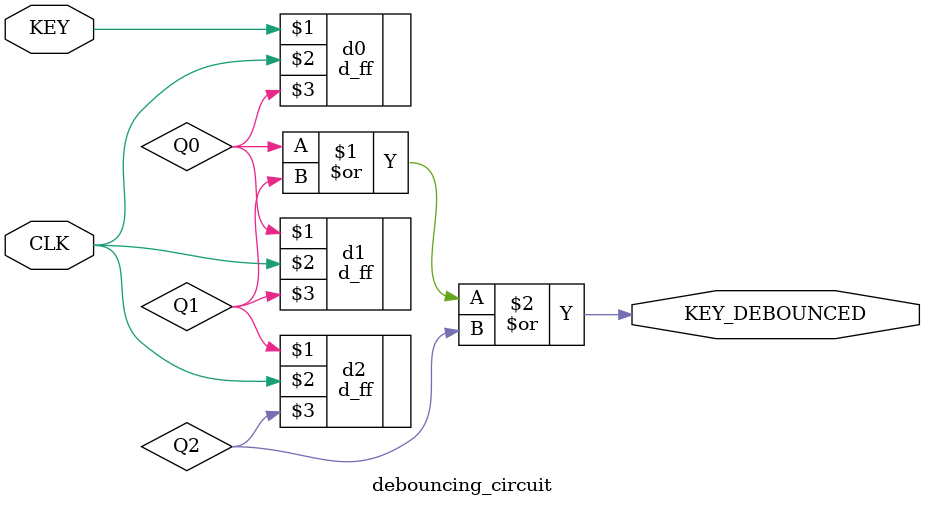
<source format=v>
module debouncing_circuit(KEY, CLK, KEY_DEBOUNCED);

	input KEY, CLK;
	output KEY_DEBOUNCED;
	
	wire Q0, Q1, Q2;

	d_ff d0(KEY, CLK, Q0);
	d_ff d1(Q0, CLK, Q1);
	d_ff d2(Q1, CLK, Q2);
	
	assign KEY_DEBOUNCED = Q0 | Q1 | Q2;
	
//	//assign Q2_bar = ~Q2;
//	assign SYNC_PRESS = ~Q1 & Q2;

	
	
endmodule
</source>
